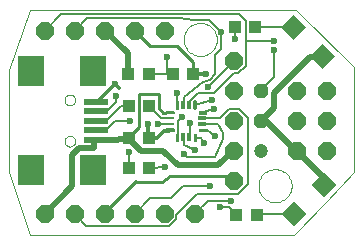
<source format=gtl>
G75*
G70*
%OFA0B0*%
%FSLAX24Y24*%
%IPPOS*%
%LPD*%
%AMOC8*
5,1,8,0,0,1.08239X$1,22.5*
%
%ADD10C,0.0000*%
%ADD11C,0.0118*%
%ADD12R,0.0118X0.0295*%
%ADD13C,0.0055*%
%ADD14R,0.0290X0.0110*%
%ADD15C,0.0033*%
%ADD16R,0.0295X0.0118*%
%ADD17R,0.0866X0.0984*%
%ADD18R,0.0787X0.0197*%
%ADD19OC8,0.0600*%
%ADD20C,0.0472*%
%ADD21OC8,0.0472*%
%ADD22R,0.0394X0.0433*%
%ADD23R,0.0433X0.0394*%
%ADD24R,0.0591X0.0591*%
%ADD25C,0.0200*%
%ADD26C,0.0100*%
%ADD27C,0.0090*%
%ADD28C,0.0060*%
%ADD29C,0.0236*%
%ADD30C,0.0120*%
D10*
X001298Y000126D02*
X000598Y002226D01*
X000598Y005626D01*
X001298Y007622D01*
X010168Y007622D01*
X012098Y005726D01*
X012098Y002226D01*
X011168Y001226D01*
X010098Y000126D01*
X001298Y000126D01*
X002461Y003237D02*
X002463Y003263D01*
X002469Y003289D01*
X002479Y003314D01*
X002492Y003337D01*
X002508Y003357D01*
X002528Y003375D01*
X002550Y003390D01*
X002573Y003402D01*
X002599Y003410D01*
X002625Y003414D01*
X002651Y003414D01*
X002677Y003410D01*
X002703Y003402D01*
X002727Y003390D01*
X002748Y003375D01*
X002768Y003357D01*
X002784Y003337D01*
X002797Y003314D01*
X002807Y003289D01*
X002813Y003263D01*
X002815Y003237D01*
X002813Y003211D01*
X002807Y003185D01*
X002797Y003160D01*
X002784Y003137D01*
X002768Y003117D01*
X002748Y003099D01*
X002726Y003084D01*
X002703Y003072D01*
X002677Y003064D01*
X002651Y003060D01*
X002625Y003060D01*
X002599Y003064D01*
X002573Y003072D01*
X002549Y003084D01*
X002528Y003099D01*
X002508Y003117D01*
X002492Y003137D01*
X002479Y003160D01*
X002469Y003185D01*
X002463Y003211D01*
X002461Y003237D01*
X002461Y004614D02*
X002463Y004640D01*
X002469Y004666D01*
X002479Y004691D01*
X002492Y004714D01*
X002508Y004734D01*
X002528Y004752D01*
X002550Y004767D01*
X002573Y004779D01*
X002599Y004787D01*
X002625Y004791D01*
X002651Y004791D01*
X002677Y004787D01*
X002703Y004779D01*
X002727Y004767D01*
X002748Y004752D01*
X002768Y004734D01*
X002784Y004714D01*
X002797Y004691D01*
X002807Y004666D01*
X002813Y004640D01*
X002815Y004614D01*
X002813Y004588D01*
X002807Y004562D01*
X002797Y004537D01*
X002784Y004514D01*
X002768Y004494D01*
X002748Y004476D01*
X002726Y004461D01*
X002703Y004449D01*
X002677Y004441D01*
X002651Y004437D01*
X002625Y004437D01*
X002599Y004441D01*
X002573Y004449D01*
X002549Y004461D01*
X002528Y004476D01*
X002508Y004494D01*
X002492Y004514D01*
X002479Y004537D01*
X002469Y004562D01*
X002463Y004588D01*
X002461Y004614D01*
X006437Y006636D02*
X006439Y006683D01*
X006445Y006729D01*
X006455Y006775D01*
X006468Y006820D01*
X006486Y006863D01*
X006507Y006905D01*
X006531Y006945D01*
X006559Y006982D01*
X006590Y007017D01*
X006624Y007050D01*
X006660Y007079D01*
X006699Y007105D01*
X006740Y007128D01*
X006783Y007147D01*
X006827Y007163D01*
X006872Y007175D01*
X006918Y007183D01*
X006965Y007187D01*
X007011Y007187D01*
X007058Y007183D01*
X007104Y007175D01*
X007149Y007163D01*
X007193Y007147D01*
X007236Y007128D01*
X007277Y007105D01*
X007316Y007079D01*
X007352Y007050D01*
X007386Y007017D01*
X007417Y006982D01*
X007445Y006945D01*
X007469Y006905D01*
X007490Y006863D01*
X007508Y006820D01*
X007521Y006775D01*
X007531Y006729D01*
X007537Y006683D01*
X007539Y006636D01*
X007537Y006589D01*
X007531Y006543D01*
X007521Y006497D01*
X007508Y006452D01*
X007490Y006409D01*
X007469Y006367D01*
X007445Y006327D01*
X007417Y006290D01*
X007386Y006255D01*
X007352Y006222D01*
X007316Y006193D01*
X007277Y006167D01*
X007236Y006144D01*
X007193Y006125D01*
X007149Y006109D01*
X007104Y006097D01*
X007058Y006089D01*
X007011Y006085D01*
X006965Y006085D01*
X006918Y006089D01*
X006872Y006097D01*
X006827Y006109D01*
X006783Y006125D01*
X006740Y006144D01*
X006699Y006167D01*
X006660Y006193D01*
X006624Y006222D01*
X006590Y006255D01*
X006559Y006290D01*
X006531Y006327D01*
X006507Y006367D01*
X006486Y006409D01*
X006468Y006452D01*
X006455Y006497D01*
X006445Y006543D01*
X006439Y006589D01*
X006437Y006636D01*
X008927Y001756D02*
X008929Y001803D01*
X008935Y001849D01*
X008945Y001895D01*
X008958Y001940D01*
X008976Y001983D01*
X008997Y002025D01*
X009021Y002065D01*
X009049Y002102D01*
X009080Y002137D01*
X009114Y002170D01*
X009150Y002199D01*
X009189Y002225D01*
X009230Y002248D01*
X009273Y002267D01*
X009317Y002283D01*
X009362Y002295D01*
X009408Y002303D01*
X009455Y002307D01*
X009501Y002307D01*
X009548Y002303D01*
X009594Y002295D01*
X009639Y002283D01*
X009683Y002267D01*
X009726Y002248D01*
X009767Y002225D01*
X009806Y002199D01*
X009842Y002170D01*
X009876Y002137D01*
X009907Y002102D01*
X009935Y002065D01*
X009959Y002025D01*
X009980Y001983D01*
X009998Y001940D01*
X010011Y001895D01*
X010021Y001849D01*
X010027Y001803D01*
X010029Y001756D01*
X010027Y001709D01*
X010021Y001663D01*
X010011Y001617D01*
X009998Y001572D01*
X009980Y001529D01*
X009959Y001487D01*
X009935Y001447D01*
X009907Y001410D01*
X009876Y001375D01*
X009842Y001342D01*
X009806Y001313D01*
X009767Y001287D01*
X009726Y001264D01*
X009683Y001245D01*
X009639Y001229D01*
X009594Y001217D01*
X009548Y001209D01*
X009501Y001205D01*
X009455Y001205D01*
X009408Y001209D01*
X009362Y001217D01*
X009317Y001229D01*
X009273Y001245D01*
X009230Y001264D01*
X009189Y001287D01*
X009150Y001313D01*
X009114Y001342D01*
X009080Y001375D01*
X009049Y001410D01*
X009021Y001447D01*
X008997Y001487D01*
X008976Y001529D01*
X008958Y001572D01*
X008945Y001617D01*
X008935Y001663D01*
X008929Y001709D01*
X008927Y001756D01*
D11*
X006813Y004359D02*
X006813Y004535D01*
D12*
X006616Y004447D03*
X006419Y004447D03*
X006419Y003364D03*
X006616Y003364D03*
D13*
X006195Y003246D02*
X006195Y003482D01*
X006251Y003482D01*
X006251Y003246D01*
X006195Y003246D01*
X006195Y003300D02*
X006251Y003300D01*
X006251Y003354D02*
X006195Y003354D01*
X006195Y003408D02*
X006251Y003408D01*
X006251Y003462D02*
X006195Y003462D01*
X005858Y003582D02*
X005858Y003638D01*
X006094Y003638D01*
X006094Y003582D01*
X005858Y003582D01*
X005858Y003636D02*
X006094Y003636D01*
X005858Y004173D02*
X005858Y004229D01*
X006094Y004229D01*
X006094Y004173D01*
X005858Y004173D01*
X005858Y004227D02*
X006094Y004227D01*
X006195Y004329D02*
X006195Y004565D01*
X006251Y004565D01*
X006251Y004329D01*
X006195Y004329D01*
X006195Y004383D02*
X006251Y004383D01*
X006251Y004437D02*
X006195Y004437D01*
X006195Y004491D02*
X006251Y004491D01*
X006251Y004545D02*
X006195Y004545D01*
D14*
X005976Y004004D03*
X005976Y003807D03*
D15*
X006774Y003493D02*
X006774Y003235D01*
X006774Y003493D02*
X006852Y003493D01*
X006852Y003235D01*
X006774Y003235D01*
X006774Y003267D02*
X006852Y003267D01*
X006852Y003299D02*
X006774Y003299D01*
X006774Y003331D02*
X006852Y003331D01*
X006852Y003363D02*
X006774Y003363D01*
X006774Y003395D02*
X006852Y003395D01*
X006852Y003427D02*
X006774Y003427D01*
X006774Y003459D02*
X006852Y003459D01*
X006852Y003491D02*
X006774Y003491D01*
X006930Y003571D02*
X006930Y003649D01*
X007188Y003649D01*
X007188Y003571D01*
X006930Y003571D01*
X006930Y003603D02*
X007188Y003603D01*
X007188Y003635D02*
X006930Y003635D01*
X006930Y004162D02*
X006930Y004240D01*
X007188Y004240D01*
X007188Y004162D01*
X006930Y004162D01*
X006930Y004194D02*
X007188Y004194D01*
X007188Y004226D02*
X006930Y004226D01*
D16*
X007059Y004004D03*
X007059Y003807D03*
D17*
X003425Y002272D03*
X001339Y002272D03*
X001339Y005579D03*
X003425Y005579D03*
D18*
X003524Y004555D03*
X003524Y004240D03*
X003524Y003926D03*
X003524Y003611D03*
X003524Y003296D03*
D19*
X003798Y000826D03*
X004798Y000826D03*
X005798Y000826D03*
X006798Y000826D03*
X008098Y001926D03*
X008098Y002926D03*
X008098Y003926D03*
X008098Y004926D03*
X008098Y005926D03*
X010198Y004926D03*
X011198Y004926D03*
X011198Y003926D03*
X010198Y003926D03*
X010198Y002926D03*
X011198Y002926D03*
X005798Y006926D03*
X004798Y006926D03*
X003798Y006926D03*
X002798Y006926D03*
X001798Y006926D03*
X001798Y000826D03*
X002798Y000826D03*
D20*
X008998Y002926D03*
D21*
X008998Y003926D03*
X008998Y004926D03*
D22*
X006752Y005486D03*
X006083Y005486D03*
X005272Y004406D03*
X004603Y004406D03*
X004623Y002336D03*
X005292Y002336D03*
X008193Y000796D03*
X008862Y000796D03*
X008812Y007046D03*
X008143Y007046D03*
D23*
X005262Y005486D03*
X004593Y005486D03*
X004613Y003356D03*
X005282Y003356D03*
D24*
G36*
X010121Y000401D02*
X009704Y000818D01*
X010121Y001235D01*
X010538Y000818D01*
X010121Y000401D01*
G37*
G36*
X011095Y001376D02*
X010678Y001793D01*
X011095Y002210D01*
X011512Y001793D01*
X011095Y001376D01*
G37*
G36*
X010648Y006068D02*
X011065Y006485D01*
X011482Y006068D01*
X011065Y005651D01*
X010648Y006068D01*
G37*
G36*
X009674Y007043D02*
X010091Y007460D01*
X010508Y007043D01*
X010091Y006626D01*
X009674Y007043D01*
G37*
D25*
X010628Y006056D02*
X009428Y004856D01*
X009428Y004346D01*
X009008Y003926D01*
X008998Y003926D01*
X009158Y003956D01*
X010118Y002996D01*
X010198Y002926D01*
X010208Y002906D01*
X011078Y002036D01*
X011078Y001796D01*
X011095Y001793D01*
X008098Y002926D02*
X008078Y002906D01*
X008088Y002926D01*
X007568Y002436D01*
X006248Y002436D01*
X005738Y002916D01*
X005018Y002906D01*
X004658Y003266D01*
X004613Y003356D01*
X004138Y003286D01*
X003534Y003286D01*
X003524Y003296D01*
X003458Y003206D01*
X003440Y003205D01*
X003438Y003266D01*
X003428Y003296D02*
X003524Y003296D01*
X003440Y003205D02*
X003448Y003006D01*
X002948Y003006D01*
X002708Y002786D01*
X002708Y001746D01*
X001798Y000826D01*
X004568Y005486D02*
X004593Y005486D01*
X004568Y005486D02*
X004568Y006176D01*
X003818Y006926D01*
X003798Y006926D01*
X010628Y006056D02*
X011048Y006056D01*
X011065Y006068D01*
D26*
X006888Y005496D02*
X006888Y005486D01*
X006752Y005486D02*
X006752Y005871D01*
X006208Y006416D01*
X005308Y006416D01*
X004798Y006926D01*
X004938Y004816D02*
X005608Y004816D01*
X005608Y004336D01*
X005748Y004196D01*
X005976Y004201D01*
X005988Y002076D02*
X005698Y001866D01*
X004848Y001866D01*
X005988Y002076D02*
X007888Y002076D01*
X008102Y001938D01*
X008118Y001926D01*
D27*
X004938Y003706D02*
X004613Y003381D01*
X004613Y003356D01*
X004938Y003706D02*
X004938Y004816D01*
D28*
X005272Y004406D02*
X005288Y004406D01*
X005678Y004016D01*
X005948Y004016D01*
X005976Y004004D01*
X005976Y003807D02*
X005948Y003806D01*
X005588Y003806D01*
X006248Y003926D02*
X006368Y004046D01*
X006248Y003926D02*
X006248Y003386D01*
X006223Y003364D01*
X006419Y003364D02*
X006428Y003356D01*
X006428Y003116D01*
X006808Y002946D01*
X007098Y003166D02*
X006998Y003356D01*
X006818Y003356D01*
X006813Y003364D01*
X006638Y003386D02*
X006616Y003364D01*
X006638Y003386D02*
X006638Y003836D01*
X007059Y003807D02*
X007088Y003806D01*
X007568Y003806D01*
X007748Y003506D01*
X007748Y003326D01*
X007488Y002716D01*
X006538Y002716D01*
X006448Y002806D01*
X005808Y002386D02*
X005318Y002336D01*
X005292Y002336D01*
X005798Y002376D02*
X005808Y002386D01*
X006408Y001746D02*
X005998Y001336D01*
X005318Y001336D01*
X004798Y000826D01*
X005798Y000826D02*
X005798Y000836D01*
X006188Y000776D02*
X006188Y000656D01*
X005948Y000416D01*
X003188Y000416D01*
X002798Y000806D01*
X002798Y000826D01*
X004598Y002336D02*
X004623Y002336D01*
X004598Y002336D02*
X004598Y002876D01*
X003848Y003626D02*
X003548Y003626D01*
X003524Y003611D01*
X003848Y003626D02*
X004148Y003926D01*
X004628Y003926D01*
X004328Y004406D02*
X003848Y003926D01*
X003524Y003926D01*
X003524Y004240D02*
X003548Y004256D01*
X003878Y004256D01*
X004178Y004556D01*
X004178Y004736D01*
X004328Y004406D02*
X004603Y004406D01*
X005262Y005486D02*
X005888Y005486D01*
X006083Y005486D01*
X005888Y005486D02*
X005888Y006056D01*
X006428Y004706D02*
X007088Y005226D01*
X007308Y005286D01*
X007488Y005486D01*
X007488Y006126D01*
X007688Y006326D01*
X007688Y006866D01*
X007268Y007286D01*
X006728Y007286D01*
X006313Y007331D01*
X005808Y007346D01*
X003218Y007346D01*
X002798Y006926D01*
X002348Y007466D02*
X001808Y006926D01*
X001798Y006926D01*
X002348Y007466D02*
X008288Y007466D01*
X008498Y007256D01*
X008498Y006596D01*
X009458Y006596D01*
X009458Y006296D02*
X009458Y005396D01*
X009008Y004946D01*
X008998Y004926D01*
X008288Y004316D02*
X008588Y004016D01*
X008588Y001826D01*
X008228Y001466D01*
X006878Y001466D01*
X006188Y000776D01*
X006798Y000826D02*
X006818Y000836D01*
X007238Y001256D01*
X008018Y001256D01*
X007928Y001046D02*
X007658Y001046D01*
X007928Y001046D02*
X008168Y000806D01*
X008193Y000796D01*
X008862Y000796D02*
X008888Y000806D01*
X010118Y000806D01*
X010121Y000818D01*
X007308Y001746D02*
X006408Y001746D01*
X007478Y003406D02*
X007218Y003606D01*
X007088Y003596D01*
X007059Y003610D01*
X007059Y004004D02*
X007088Y004016D01*
X007628Y004016D01*
X007928Y004316D01*
X008288Y004316D01*
X007448Y004326D02*
X007088Y004226D01*
X007059Y004201D01*
X006818Y004436D02*
X006813Y004447D01*
X006818Y004436D02*
X007368Y004626D01*
X007438Y004836D02*
X006898Y004836D01*
X006638Y004586D01*
X006638Y004466D01*
X006616Y004447D01*
X006428Y004466D02*
X006428Y004706D01*
X006218Y004836D02*
X006218Y004466D01*
X006223Y004447D01*
X006419Y004447D02*
X006428Y004466D01*
X007258Y005046D02*
X008108Y005906D01*
X008098Y005926D01*
X008498Y005756D02*
X008498Y006596D01*
X008138Y006636D02*
X008138Y007046D01*
X008143Y007046D01*
X008812Y007046D02*
X010088Y007046D01*
X010091Y007043D01*
X008498Y005756D02*
X008258Y005516D01*
X008108Y005516D01*
X007438Y004836D01*
D29*
X007368Y004626D03*
X007448Y004326D03*
X006638Y003836D03*
X006368Y004046D03*
X005588Y003806D03*
X005228Y003806D03*
X004628Y003926D03*
X004178Y004736D03*
X004148Y005156D03*
X005888Y006056D03*
X007168Y005486D03*
X007258Y005046D03*
X006218Y004836D03*
X007478Y003406D03*
X007098Y003166D03*
X006808Y002946D03*
X006448Y002806D03*
X005798Y002376D03*
X004598Y002876D03*
X007308Y001746D03*
X008018Y001256D03*
X007658Y001046D03*
X009458Y006296D03*
X009458Y006596D03*
X008138Y006636D03*
X007688Y006866D03*
D30*
X007168Y005486D02*
X006888Y005486D01*
X006752Y005486D01*
X004278Y005016D02*
X004148Y005156D01*
X003548Y004556D01*
X003524Y004555D01*
X005228Y003806D02*
X005228Y003386D01*
X005282Y003356D01*
X005528Y003356D01*
X005768Y003596D01*
X005948Y003596D01*
X005976Y003610D01*
X008102Y001938D02*
X008108Y001946D01*
X008098Y001926D01*
X004848Y001866D02*
X003818Y000836D01*
X003798Y000826D01*
M02*

</source>
